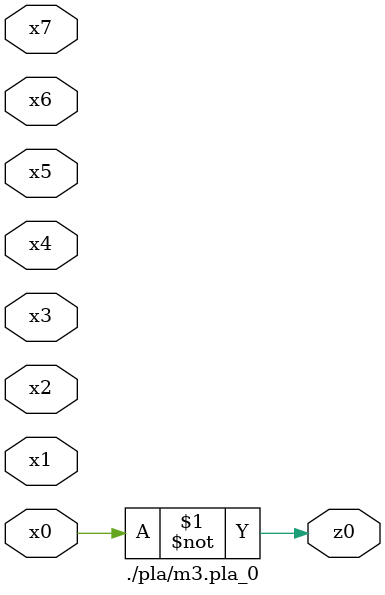
<source format=v>

module \./pla/m3.pla_0  ( 
    x0, x1, x2, x3, x4, x5, x6, x7,
    z0  );
  input  x0, x1, x2, x3, x4, x5, x6, x7;
  output z0;
  assign z0 = ~x0;
endmodule



</source>
